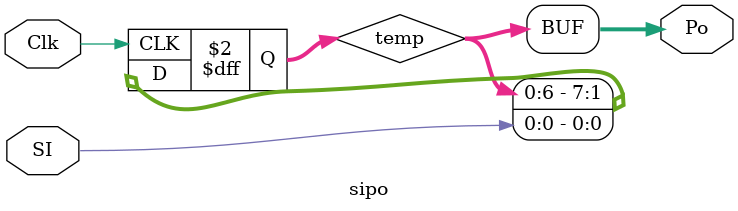
<source format=v>
module sipo(SI,Clk,Po);
input SI,Clk;
output [0:7]  Po;
reg [0:7]temp;
always @ (posedge Clk)
begin
temp={temp[0:6],SI};
end
assign Po=temp;
endmodule 
</source>
